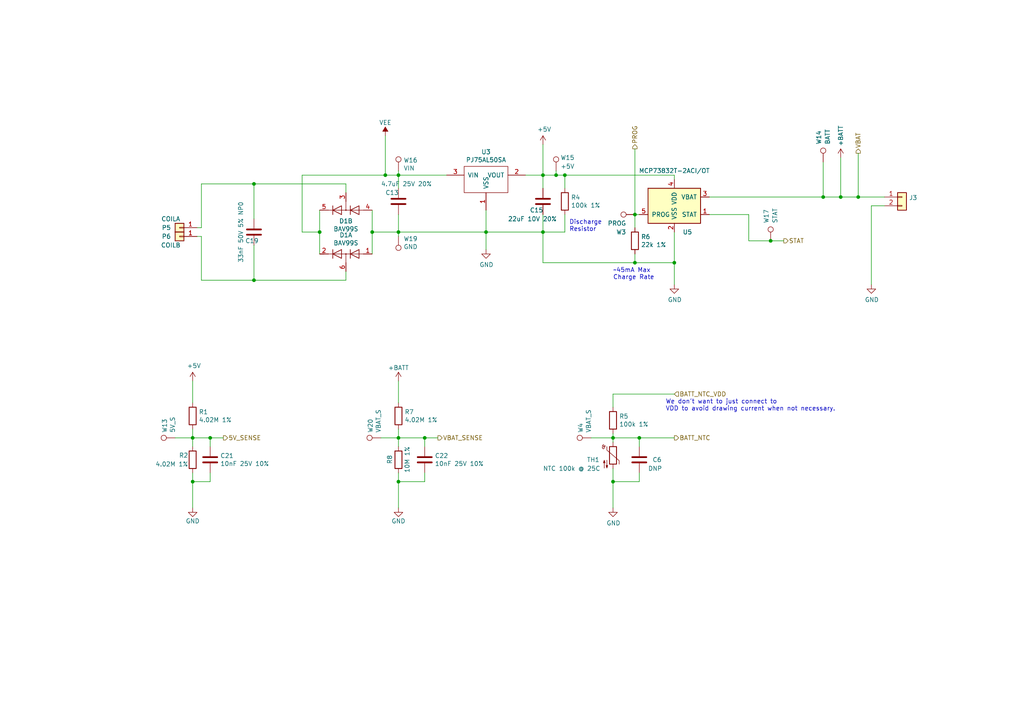
<source format=kicad_sch>
(kicad_sch (version 20211123) (generator eeschema)
  (paper "A4")
  (title_block (title "Pixels D20 Schematic, Main") (date "2022-08-26") (rev "13") (company "Systemic Games, LLC") (comment 1 "Wireless Charging Circuitry"))
  (lib_symbols
    (symbol "Connector_Generic:Conn_01x01" (pin_names (offset 1.016) hide)
      (property "Reference" "J" (at 0 2.54 0))
      (property "Value" "Conn_01x01" (at 0 -2.54 0))
      (symbol "Conn_01x01_1_1"
        (rectangle (start -1.27 0.127) (end 0 -0.127) (stroke (width 0.1524)))
        (rectangle (start -1.27 1.27) (end 1.27 -1.27) (stroke (width 0.254)) (fill (type background)))
        (pin passive line (at -5.08 0 0) (length 3.81) (name "Pin_1") (number "1"))
      )
    )
    (symbol "Connector_Generic:Conn_01x02" (pin_names (offset 1.016) hide)
      (property "Reference" "J" (at 0 2.54 0))
      (property "Value" "Conn_01x02" (at 0 -5.08 0))
      (symbol "Conn_01x02_1_1"
        (rectangle (start -1.27 -2.413) (end 0 -2.667) (stroke (width 0.1524)))
        (rectangle (start -1.27 0.127) (end 0 -0.127) (stroke (width 0.1524)))
        (rectangle (start -1.27 1.27) (end 1.27 -3.81) (stroke (width 0.254)) (fill (type background)))
        (pin passive line (at -5.08 0 0) (length 3.81) (name "Pin_1") (number "1"))
        (pin passive line (at -5.08 -2.54 0) (length 3.81) (name "Pin_2") (number "2"))
      )
    )
    (symbol "Device:C" (pin_numbers hide) (pin_names (offset 0.254))
      (property "Reference" "C" (at 0.635 2.54 0))
      (property "Value" "C" (at 0.635 -2.54 0))
      (symbol "C_0_1"
        (polyline (pts (xy -2.032 -0.762) (xy 2.032 -0.762)) (stroke (width 0.508)))
        (polyline (pts (xy -2.032 0.762) (xy 2.032 0.762)) (stroke (width 0.508)))
      )
      (symbol "C_1_1"
        (pin passive line (at 0 3.81 270) (length 2.794) (name "~") (number "1"))
        (pin passive line (at 0 -3.81 90) (length 2.794) (name "~") (number "2"))
      )
    )
    (symbol "Device:R" (pin_numbers hide) (pin_names (offset 0))
      (property "Reference" "R" (at 2.032 0 90))
      (property "Value" "R" (at 0 0 90))
      (symbol "R_0_1"
        (rectangle (start -1.016 -2.54) (end 1.016 2.54) (stroke (width 0.254)))
      )
      (symbol "R_1_1"
        (pin passive line (at 0 3.81 270) (length 1.27) (name "~") (number "1"))
        (pin passive line (at 0 -3.81 90) (length 1.27) (name "~") (number "2"))
      )
    )
    (symbol "Device:Thermistor_NTC" (pin_numbers hide) (pin_names (offset 0))
      (property "Reference" "TH" (at -4.445 0 90))
      (property "Value" "Thermistor_NTC" (at 3.175 0 90))
      (symbol "Thermistor_NTC_0_1"
        (arc (start -3.048 2.159) (mid -3.0495 2.3143) (end -3.175 2.413))
        (arc (start -3.048 2.159) (mid -2.9736 1.9794) (end -2.794 1.905))
        (arc (start -3.048 2.794) (mid -2.9736 2.6144) (end -2.794 2.54))
        (arc (start -2.794 1.905) (mid -2.6144 1.9794) (end -2.54 2.159))
        (arc (start -2.794 2.54) (mid -2.4393 2.5587) (end -2.159 2.794))
        (arc (start -2.794 3.048) (mid -2.9736 2.9736) (end -3.048 2.794))
        (arc (start -2.54 2.794) (mid -2.6144 2.9736) (end -2.794 3.048))
        (rectangle (start -1.016 2.54) (end 1.016 -2.54) (stroke (width 0.254)))
        (polyline (pts (xy -2.54 2.159) (xy -2.54 2.794)))
        (polyline (pts (xy -1.778 2.54) (xy -1.778 1.524) (xy 1.778 -1.524) (xy 1.778 -2.54)))
        (polyline (pts (xy -2.54 -3.683) (xy -2.54 -1.397) (xy -2.794 -2.159) (xy -2.286 -2.159) (xy -2.54 -1.397) (xy -2.54 -1.651)) (fill (type outline)))
        (polyline (pts (xy -1.778 -1.397) (xy -1.778 -3.683) (xy -2.032 -2.921) (xy -1.524 -2.921) (xy -1.778 -3.683) (xy -1.778 -3.429)) (fill (type outline)))
      )
      (symbol "Thermistor_NTC_1_1"
        (pin passive line (at 0 3.81 270) (length 1.27) (name "~") (number "1"))
        (pin passive line (at 0 -3.81 90) (length 1.27) (name "~") (number "2"))
      )
    )
    (symbol "Pixels-dice:BAV99S-diode" (pin_names (offset 0.0254) hide)
      (property "Reference" "D" (at 0 2.54 0))
      (property "Value" "BAV99S-diode" (at 0 5.08 0))
      (symbol "BAV99S-diode_0_1"
        (polyline (pts (xy -5.08 0) (xy 5.08 0)))
        (polyline (pts (xy 0 0) (xy 0 -2.54)))
        (polyline (pts (xy -1.27 -1.27) (xy -1.27 1.27) (xy -1.27 1.27)) (stroke (width 0.2032)))
        (polyline (pts (xy 3.81 1.27) (xy 3.81 -1.27) (xy 3.81 -1.27)) (stroke (width 0.2032)))
        (polyline (pts (xy -3.81 1.27) (xy -1.27 0) (xy -3.81 -1.27) (xy -3.81 1.27) (xy -3.81 1.27) (xy -3.81 1.27)) (stroke (width 0.2032)))
        (polyline (pts (xy 1.27 1.27) (xy 3.81 0) (xy 1.27 -1.27) (xy 1.27 1.27) (xy 1.27 1.27) (xy 1.27 1.27)) (stroke (width 0.2032)))
        (circle (center 0 0) (radius 0.127))
      )
      (symbol "BAV99S-diode_1_1"
        (polyline (pts (xy 6.35 0) (xy 7.62 0)))
        (pin passive line (at -7.62 0 0) (length 2.54) (name "A1") (number "1"))
        (pin passive line (at 7.62 0 180) (length 2.54) (name "K2") (number "2"))
        (pin passive line (at 0 -5.08 90) (length 2.54) (name "K3A4") (number "6"))
      )
      (symbol "BAV99S-diode_2_1"
        (polyline (pts (xy 6.35 0) (xy 7.62 0)))
        (pin passive line (at 0 -5.08 90) (length 2.54) (name "K1A2") (number "3"))
        (pin passive line (at -7.62 0 0) (length 2.54) (name "A3") (number "4"))
        (pin passive line (at 7.62 0 180) (length 2.54) (name "K4") (number "5"))
      )
    )
    (symbol "Pixels-dice:HX6306P502MR" (pin_names (offset 1.016))
      (property "Reference" "U" (at 3.81 -6.35 0))
      (property "Value" "HX6306P502MR" (at 0 3.81 0))
      (symbol "HX6306P502MR_0_1"
        (rectangle (start -6.35 2.54) (end 6.35 -5.08))
      )
      (symbol "HX6306P502MR_1_1"
        (pin power_in line (at 0 -10.16 90) (length 5.08) (name "VSS") (number "1"))
        (pin power_out line (at 11.43 0 180) (length 5.08) (name "VOUT") (number "2"))
        (pin power_in line (at -11.43 0 0) (length 5.08) (name "VIN") (number "3"))
      )
    )
    (symbol "Pixels-dice:MCP73831-2-OT-battery_management" (pin_names (offset 1.016))
      (property "Reference" "U" (at -7.62 6.35 0))
      (property "Value" "MCP73831-2-OT-battery_management" (at 1.27 6.35 0))
      (symbol "MCP73831-2-OT-battery_management_0_1"
        (rectangle (start -7.62 5.08) (end 7.62 -5.08) (stroke (width 0.254)) (fill (type background)))
      )
      (symbol "MCP73831-2-OT-battery_management_1_1"
        (pin output line (at 10.16 -2.54 180) (length 2.54) (name "STAT") (number "1"))
        (pin power_in line (at 0 -7.62 90) (length 2.54) (name "VSS") (number "2"))
        (pin power_out line (at 10.16 2.54 180) (length 2.54) (name "VBAT") (number "3"))
        (pin power_in line (at 0 7.62 270) (length 2.54) (name "VDD") (number "4"))
        (pin input line (at -10.16 -2.54 0) (length 2.54) (name "PROG") (number "5"))
      )
    )
    (symbol "Pixels-dice:TEST_1P-conn" (pin_numbers hide) (pin_names (offset 0.762) hide)
      (property "Reference" "W" (at 0 6.858 0))
      (property "Value" "TEST_1P-conn" (at 0 5.08 0))
      (symbol "TEST_1P-conn_0_1"
        (circle (center 0 3.302) (radius 0.762))
      )
      (symbol "TEST_1P-conn_1_1"
        (pin passive line (at 0 0 90) (length 2.54) (name "1") (number "1"))
      )
    )
    (symbol "power:+5V" (power) (pin_names (offset 0))
      (property "Value" "+5V" (at 0 3.556 0))
      (symbol "+5V_0_1"
        (polyline (pts (xy -0.762 1.27) (xy 0 2.54)))
        (polyline (pts (xy 0 0) (xy 0 2.54)))
        (polyline (pts (xy 0 2.54) (xy 0.762 1.27)))
      )
      (symbol "+5V_1_1"
        (pin power_in line (at 0 0 90) (length 0) hide (name "+5V") (number "1"))
      )
    )
    (symbol "power:+BATT" (power) (pin_names (offset 0))
      (property "Value" "+BATT" (at 0 3.556 0))
      (symbol "+BATT_0_1"
        (polyline (pts (xy -0.762 1.27) (xy 0 2.54)))
        (polyline (pts (xy 0 0) (xy 0 2.54)))
        (polyline (pts (xy 0 2.54) (xy 0.762 1.27)))
      )
      (symbol "+BATT_1_1"
        (pin power_in line (at 0 0 90) (length 0) hide (name "+BATT") (number "1"))
      )
    )
    (symbol "power:GND" (power) (pin_names (offset 0))
      (property "Value" "GND" (at 0 -3.81 0))
      (symbol "GND_0_1"
        (polyline (pts (xy 0 0) (xy 0 -1.27) (xy 1.27 -1.27) (xy 0 -2.54) (xy -1.27 -1.27) (xy 0 -1.27)))
      )
      (symbol "GND_1_1"
        (pin power_in line (at 0 0 270) (length 0) hide (name "GND") (number "1"))
      )
    )
    (symbol "power:VEE" (power) (pin_names (offset 0))
      (property "Value" "VEE" (at 0 3.81 0))
      (symbol "VEE_0_1"
        (polyline (pts (xy 0 0) (xy 0 2.54)))
        (polyline (pts (xy 0.762 1.27) (xy -0.762 1.27) (xy 0 2.54) (xy 0.762 1.27)) (fill (type outline)))
      )
      (symbol "VEE_1_1"
        (pin power_in line (at 0 0 90) (length 0) hide (name "VEE") (number "1"))
      )
    )
  )
  (junction (at 92.71 67.31))
  (junction (at 248.92 57.15))
  (junction (at 55.88 127))
  (junction (at 184.15 76.2))
  (junction (at 55.88 139.7))
  (junction (at 195.58 76.2))
  (junction (at 177.8 139.7))
  (junction (at 163.83 50.8))
  (junction (at 157.48 67.31))
  (junction (at 243.84 57.15))
  (junction (at 140.97 67.31))
  (junction (at 115.57 67.31))
  (junction (at 73.66 53.34))
  (junction (at 177.8 127))
  (junction (at 115.57 50.8))
  (junction (at 115.57 139.7))
  (junction (at 60.96 127))
  (junction (at 238.76 57.15))
  (junction (at 157.48 50.8))
  (junction (at 185.42 127))
  (junction (at 73.66 81.28))
  (junction (at 161.29 50.8))
  (junction (at 115.57 127))
  (junction (at 107.95 67.31))
  (junction (at 223.52 69.85))
  (junction (at 111.76 50.8))
  (junction (at 123.19 127))
  (junction (at 184.15 62.23))
  (wire (pts (xy 163.83 62.23) (xy 163.83 67.31)))
  (wire (pts (xy 157.48 76.2) (xy 184.15 76.2)))
  (wire (pts (xy 73.66 81.28) (xy 58.42 81.28)))
  (wire (pts (xy 238.76 57.15) (xy 243.84 57.15)))
  (wire (pts (xy 123.19 139.7) (xy 115.57 139.7)))
  (wire (pts (xy 55.88 137.16) (xy 55.88 139.7)))
  (wire (pts (xy 157.48 67.31) (xy 157.48 76.2)))
  (wire (pts (xy 115.57 50.8) (xy 129.54 50.8)))
  (wire (pts (xy 161.29 49.53) (xy 161.29 50.8)))
  (wire (pts (xy 205.74 57.15) (xy 238.76 57.15)))
  (wire (pts (xy 50.8 127) (xy 55.88 127)))
  (wire (pts (xy 217.17 69.85) (xy 223.52 69.85)))
  (wire (pts (xy 55.88 116.84) (xy 55.88 110.49)))
  (wire (pts (xy 73.66 53.34) (xy 58.42 53.34)))
  (wire (pts (xy 163.83 50.8) (xy 163.83 54.61)))
  (wire (pts (xy 248.92 44.45) (xy 248.92 57.15)))
  (wire (pts (xy 157.48 41.91) (xy 157.48 50.8)))
  (wire (pts (xy 248.92 57.15) (xy 243.84 57.15)))
  (wire (pts (xy 58.42 81.28) (xy 58.42 68.58)))
  (wire (pts (xy 92.71 60.96) (xy 92.71 67.31)))
  (wire (pts (xy 123.19 127) (xy 127 127)))
  (wire (pts (xy 157.48 67.31) (xy 157.48 62.23)))
  (wire (pts (xy 163.83 50.8) (xy 195.58 50.8)))
  (wire (pts (xy 205.74 62.23) (xy 217.17 62.23)))
  (wire (pts (xy 238.76 46.99) (xy 238.76 57.15)))
  (wire (pts (xy 184.15 73.66) (xy 184.15 76.2)))
  (wire (pts (xy 55.88 124.46) (xy 55.88 127)))
  (wire (pts (xy 58.42 66.04) (xy 57.15 66.04)))
  (wire (pts (xy 55.88 139.7) (xy 55.88 147.32)))
  (wire (pts (xy 55.88 129.54) (xy 55.88 127)))
  (wire (pts (xy 58.42 53.34) (xy 58.42 66.04)))
  (wire (pts (xy 92.71 67.31) (xy 92.71 73.66)))
  (wire (pts (xy 161.29 50.8) (xy 163.83 50.8)))
  (wire (pts (xy 107.95 60.96) (xy 107.95 67.31)))
  (wire (pts (xy 140.97 67.31) (xy 157.48 67.31)))
  (wire (pts (xy 107.95 67.31) (xy 107.95 73.66)))
  (wire (pts (xy 171.45 127) (xy 177.8 127)))
  (wire (pts (xy 115.57 49.53) (xy 115.57 50.8)))
  (wire (pts (xy 123.19 137.16) (xy 123.19 139.7)))
  (wire (pts (xy 60.96 137.16) (xy 60.96 139.7)))
  (wire (pts (xy 177.8 127) (xy 185.42 127)))
  (wire (pts (xy 55.88 127) (xy 60.96 127)))
  (wire (pts (xy 252.73 59.69) (xy 252.73 82.55)))
  (wire (pts (xy 177.8 125.73) (xy 177.8 127)))
  (wire (pts (xy 177.8 118.11) (xy 177.8 114.3)))
  (wire (pts (xy 100.33 78.74) (xy 100.33 81.28)))
  (wire (pts (xy 115.57 50.8) (xy 115.57 54.61)))
  (wire (pts (xy 110.49 127) (xy 115.57 127)))
  (wire (pts (xy 140.97 67.31) (xy 140.97 72.39)))
  (wire (pts (xy 177.8 139.7) (xy 177.8 147.32)))
  (wire (pts (xy 185.42 139.7) (xy 177.8 139.7)))
  (wire (pts (xy 115.57 127) (xy 115.57 129.54)))
  (wire (pts (xy 115.57 110.49) (xy 115.57 116.84)))
  (wire (pts (xy 115.57 137.16) (xy 115.57 139.7)))
  (wire (pts (xy 243.84 45.72) (xy 243.84 57.15)))
  (wire (pts (xy 60.96 127) (xy 64.77 127)))
  (wire (pts (xy 73.66 71.12) (xy 73.66 81.28)))
  (wire (pts (xy 115.57 67.31) (xy 107.95 67.31)))
  (wire (pts (xy 195.58 52.07) (xy 195.58 50.8)))
  (wire (pts (xy 217.17 62.23) (xy 217.17 69.85)))
  (wire (pts (xy 60.96 129.54) (xy 60.96 127)))
  (wire (pts (xy 195.58 67.31) (xy 195.58 76.2)))
  (wire (pts (xy 152.4 50.8) (xy 157.48 50.8)))
  (wire (pts (xy 184.15 43.18) (xy 184.15 62.23)))
  (wire (pts (xy 185.42 127) (xy 185.42 129.54)))
  (wire (pts (xy 223.52 69.85) (xy 227.33 69.85)))
  (wire (pts (xy 157.48 50.8) (xy 157.48 54.61)))
  (wire (pts (xy 87.63 50.8) (xy 111.76 50.8)))
  (wire (pts (xy 140.97 60.96) (xy 140.97 67.31)))
  (wire (pts (xy 58.42 68.58) (xy 57.15 68.58)))
  (wire (pts (xy 73.66 53.34) (xy 100.33 53.34)))
  (wire (pts (xy 92.71 67.31) (xy 87.63 67.31)))
  (wire (pts (xy 123.19 127) (xy 123.19 129.54)))
  (wire (pts (xy 60.96 139.7) (xy 55.88 139.7)))
  (wire (pts (xy 185.42 137.16) (xy 185.42 139.7)))
  (wire (pts (xy 256.54 59.69) (xy 252.73 59.69)))
  (wire (pts (xy 185.42 62.23) (xy 184.15 62.23)))
  (wire (pts (xy 177.8 114.3) (xy 195.58 114.3)))
  (wire (pts (xy 115.57 68.58) (xy 115.57 67.31)))
  (wire (pts (xy 163.83 67.31) (xy 157.48 67.31)))
  (wire (pts (xy 115.57 124.46) (xy 115.57 127)))
  (wire (pts (xy 184.15 76.2) (xy 195.58 76.2)))
  (wire (pts (xy 115.57 127) (xy 123.19 127)))
  (wire (pts (xy 157.48 50.8) (xy 161.29 50.8)))
  (wire (pts (xy 87.63 67.31) (xy 87.63 50.8)))
  (wire (pts (xy 248.92 57.15) (xy 256.54 57.15)))
  (wire (pts (xy 115.57 139.7) (xy 115.57 147.32)))
  (wire (pts (xy 111.76 39.37) (xy 111.76 50.8)))
  (wire (pts (xy 177.8 135.89) (xy 177.8 139.7)))
  (wire (pts (xy 115.57 62.23) (xy 115.57 67.31)))
  (wire (pts (xy 185.42 127) (xy 195.58 127)))
  (wire (pts (xy 115.57 67.31) (xy 140.97 67.31)))
  (wire (pts (xy 100.33 55.88) (xy 100.33 53.34)))
  (wire (pts (xy 184.15 62.23) (xy 184.15 66.04)))
  (wire (pts (xy 73.66 63.5) (xy 73.66 53.34)))
  (wire (pts (xy 195.58 76.2) (xy 195.58 82.55)))
  (wire (pts (xy 111.76 50.8) (xy 115.57 50.8)))
  (wire (pts (xy 177.8 127) (xy 177.8 128.27)))
  (wire (pts (xy 73.66 81.28) (xy 100.33 81.28)))
  (text "We don't want to just connect to\nVDD to avoid drawing current when not necessary." (at 193.04 119.38 0) (effects (font (size 1.27 1.27)) (justify left bottom)))
  (text "~45mA Max\nCharge Rate" (at 177.8 81.28 0) (effects (font (size 1.27 1.27)) (justify left bottom)))
  (text "Discharge\nResistor" (at 165.1 67.31 0) (effects (font (size 1.27 1.27)) (justify left bottom)))
  (hierarchical_label "PROG" (shape output) (at 184.15 43.18 90))
  (hierarchical_label "VBAT" (shape output) (at 248.92 44.45 90))
  (hierarchical_label "5V_SENSE" (shape output) (at 64.77 127 0))
  (hierarchical_label "BATT_NTC_VDD" (shape input) (at 195.58 114.3 0))
  (hierarchical_label "STAT" (shape output) (at 227.33 69.85 0))
  (hierarchical_label "BATT_NTC" (shape output) (at 195.58 127 0))
  (hierarchical_label "VBAT_SENSE" (shape output) (at 127 127 0))
  (symbol (lib_id "power:GND") (at 252.73 82.55 0) (unit 1)
    (property "Reference" "#PWR052" (effects hide))
    (property "Value" "GND" (at 252.857 86.9442 0))
  )
  (symbol (lib_id "Device:C") (at 115.57 58.42 0) (unit 1)
    (property "Reference" "C13" (at 111.76 55.88 0) (effects (justify left)))
    (property "Value" "4.7uF 25V 20%" (at 110.49 53.34 0) (effects (justify left)))
    (property "Footprint" "Capacitor_SMD:C_0603_1608Metric" (effects hide))
    (property "Generic OK" "YES" (effects hide))
    (property "Pixels Part Number" "SMD-C010" (effects hide))
    (property "Manufacturer" "Murata" (effects hide))
    (property "Manufacturer Part Number" "GRM188R61E475KE11D" (effects hide))
  )
  (symbol (lib_id "Pixels-dice:TEST_1P-conn") (at 171.45 127 90) (unit 1)
    (property "Reference" "W4" (at 168.402 125.5268 0) (effects (justify left)))
    (property "Value" "VBAT_S" (at 170.7134 125.5268 0) (effects (justify left)))
    (property "Footprint" "Pixels-dice:TEST_PIN" (effects hide))
    (property "Generic OK" "N/A" (effects hide))
  )
  (symbol (lib_id "Device:R") (at 177.8 121.92 0) (unit 1)
    (property "Reference" "R5" (at 179.578 120.7516 0) (effects (justify left)))
    (property "Value" "100k 1%" (at 179.578 123.063 0) (effects (justify left)))
    (property "Footprint" "Pixels-dice:R_0402_1005Metric" (effects hide))
    (property "Generic OK" "YES" (effects hide))
    (property "Pixels Part Number" "SMD-R006" (effects hide))
    (property "Manufacturer" "UNI-ROYAL(Uniroyal Elec)" (effects hide))
    (property "Manufacturer Part Number" "0402WGF1003TCE" (effects hide))
  )
  (symbol (lib_id "Pixels-dice:TEST_1P-conn") (at 115.57 49.53 0) (unit 1)
    (property "Reference" "W16" (at 117.0432 46.482 0) (effects (justify left)))
    (property "Value" "VIN" (at 117.0432 48.7934 0) (effects (justify left)))
    (property "Footprint" "Pixels-dice:TEST_PIN" (effects hide))
    (property "Generic OK" "N/A" (effects hide))
  )
  (symbol (lib_id "Device:Thermistor_NTC") (at 177.8 132.08 0) (unit 1)
    (property "Reference" "TH1" (at 170.18 133.35 0) (effects (justify left)))
    (property "Value" "NTC 100k @ 25C" (at 157.48 135.89 0) (effects (justify left)))
    (property "Footprint" "Pixels-dice:R_0402_1005Metric" (effects hide))
    (property "Generic OK" "NO" (effects hide))
    (property "Manufacturer" "TDK" (effects hide))
    (property "Manufacturer Part Number" "NTCG104EF104FT1X" (effects hide))
  )
  (symbol (lib_id "power:VEE") (at 111.76 39.37 0) (unit 1)
    (property "Reference" "#PWR032" (effects hide))
    (property "Value" "VEE" (at 111.76 35.56 0))
  )
  (symbol (lib_id "power:+5V") (at 55.88 110.49 0) (unit 1)
    (property "Reference" "#PWR057" (effects hide))
    (property "Value" "+5V" (at 56.261 106.0958 0))
  )
  (symbol (lib_id "Pixels-dice:TEST_1P-conn") (at 50.8 127 90) (unit 1)
    (property "Reference" "W13" (at 47.752 125.5268 0) (effects (justify left)))
    (property "Value" "5V_S" (at 50.0634 125.5268 0) (effects (justify left)))
    (property "Footprint" "Pixels-dice:TEST_PIN" (effects hide))
    (property "Generic OK" "N/A" (effects hide))
  )
  (symbol (lib_id "Device:C") (at 73.66 67.31 0) (unit 1)
    (property "Reference" "C19" (at 71.12 69.85 0) (effects (justify left)))
    (property "Value" "33nF 50V 5% NP0" (at 69.85 76.2 90) (effects (justify left)))
    (property "Footprint" "Capacitor_SMD:C_1206_3216Metric" (effects hide))
    (property "Generic OK" "NO" (effects hide))
    (property "Pixels Part Number" "SMD-C011" (effects hide))
    (property "Manufacturer" "Murata" (effects hide))
    (property "Manufacturer Part Number" "GRM3195C1H333JA01J" (effects hide))
  )
  (symbol (lib_id "Device:R") (at 184.15 69.85 0) (unit 1)
    (property "Reference" "R6" (at 185.928 68.6816 0) (effects (justify left)))
    (property "Value" "22k 1%" (at 185.928 70.993 0) (effects (justify left)))
    (property "Footprint" "Pixels-dice:R_0402_1005Metric" (effects hide))
    (property "Generic OK" "YES" (effects hide))
    (property "Pixels Part Number" "SMD-R002" (effects hide))
    (property "Manufacturer" "UNI-ROYAL(Uniroyal Elec)" (effects hide))
    (property "Manufacturer Part Number" "0402WGF2202TCE" (effects hide))
  )
  (symbol (lib_id "Device:R") (at 115.57 120.65 0) (unit 1)
    (property "Reference" "R7" (at 117.348 119.4816 0) (effects (justify left)))
    (property "Value" "4.02M 1%" (at 117.348 121.793 0) (effects (justify left)))
    (property "Footprint" "Pixels-dice:R_0402_1005Metric" (effects hide))
    (property "Generic OK" "YES" (effects hide))
    (property "Pixels Part Number" "SMD-R003" (effects hide))
    (property "Manufacturer" "UNI-ROYAL(Uniroyal Elec)" (effects hide))
    (property "Manufacturer Part Number" "0402WGF4024TCE" (effects hide))
  )
  (symbol (lib_id "power:+BATT") (at 115.57 110.49 0) (unit 1)
    (property "Reference" "#PWR058" (effects hide))
    (property "Value" "+BATT" (at 115.57 106.68 0))
  )
  (symbol (lib_id "Device:R") (at 115.57 133.35 0) (unit 1)
    (property "Reference" "R8" (at 113.03 134.62 90) (effects (justify left)))
    (property "Value" "10M 1%" (at 118.11 137.16 90) (effects (justify left)))
    (property "Footprint" "Pixels-dice:R_0402_1005Metric" (effects hide))
    (property "Generic OK" "YES" (effects hide))
    (property "Pixels Part Number" "SMD-R004" (effects hide))
    (property "Manufacturer" "UNI-ROYAL(Uniroyal Elec)" (effects hide))
    (property "Manufacturer Part Number" "0402WGF1005TCE" (effects hide))
  )
  (symbol (lib_id "Pixels-dice:MCP73831-2-OT-battery_management") (at 195.58 59.69 0) (unit 1)
    (property "Reference" "U5" (at 199.39 67.31 0))
    (property "Value" "MCP73832T-2ACI/OT" (at 195.58 49.53 0))
    (property "Footprint" "Package_TO_SOT_SMD:SOT-23-5" (effects hide))
    (property "Datasheet" "http://ww1.microchip.com/downloads/en/DeviceDoc/20001984g.pdf" (effects hide))
    (property "Generic OK" "NO" (effects hide))
    (property "Manufacturer" "Microchip" (effects hide))
    (property "Manufacturer Part Number" "MCP73832T-2ACI/OT" (effects hide))
    (property "Pixels Part Number" "SMD-U005" (effects hide))
  )
  (symbol (lib_id "Device:R") (at 55.88 120.65 0) (unit 1)
    (property "Reference" "R1" (at 57.658 119.4816 0) (effects (justify left)))
    (property "Value" "4.02M 1%" (at 57.658 121.793 0) (effects (justify left)))
    (property "Footprint" "Pixels-dice:R_0402_1005Metric" (effects hide))
    (property "Generic OK" "YES" (effects hide))
    (property "Pixels Part Number" "SMD-R003" (effects hide))
    (property "Manufacturer" "UNI-ROYAL(Uniroyal Elec)" (effects hide))
    (property "Manufacturer Part Number" "0402WGF4024TCE" (effects hide))
  )
  (symbol (lib_id "Device:R") (at 55.88 133.35 180) (unit 1)
    (property "Reference" "R2" (at 54.61 132.08 0) (effects (justify left)))
    (property "Value" "4.02M 1%" (at 54.61 134.62 0) (effects (justify left)))
    (property "Footprint" "Pixels-dice:R_0402_1005Metric" (effects hide))
    (property "Generic OK" "YES" (effects hide))
    (property "Pixels Part Number" "SMD-R003" (effects hide))
    (property "Manufacturer" "UNI-ROYAL(Uniroyal Elec)" (effects hide))
    (property "Manufacturer Part Number" "0402WGF4024TCE" (effects hide))
  )
  (symbol (lib_id "power:GND") (at 115.57 147.32 0) (unit 1)
    (property "Reference" "#PWR060" (effects hide))
    (property "Value" "GND" (at 115.57 151.13 0))
  )
  (symbol (lib_id "Pixels-dice:TEST_1P-conn") (at 184.15 62.23 90) (unit 1)
    (property "Reference" "W3" (at 181.61 67.31 90) (effects (justify left)))
    (property "Value" "PROG" (at 181.61 64.77 90) (effects (justify left)))
    (property "Footprint" "Pixels-dice:TEST_PIN" (effects hide))
    (property "Generic OK" "N/A" (effects hide))
  )
  (symbol (lib_id "power:+5V") (at 157.48 41.91 0) (unit 1)
    (property "Reference" "#PWR040" (effects hide))
    (property "Value" "+5V" (at 157.861 37.5158 0))
  )
  (symbol (lib_id "Device:C") (at 123.19 133.35 0) (unit 1)
    (property "Reference" "C22" (at 126.111 132.1816 0) (effects (justify left)))
    (property "Value" "10nF 25V 10%" (at 126.111 134.493 0) (effects (justify left)))
    (property "Footprint" "Pixels-dice:C_0402_1005Metric" (effects hide))
    (property "Generic OK" "YES" (effects hide))
    (property "Pixels Part Number" "SMD-C009" (effects hide))
    (property "Manufacturer" "Murata" (effects hide))
    (property "Manufacturer Part Number" "GRM155R71H103KA88" (effects hide))
  )
  (symbol (lib_id "Pixels-dice:TEST_1P-conn") (at 223.52 69.85 0) (unit 1)
    (property "Reference" "W17" (at 222.25 64.77 90) (effects (justify left)))
    (property "Value" "STAT" (at 224.79 64.77 90) (effects (justify left)))
    (property "Footprint" "Pixels-dice:TEST_PIN" (effects hide))
    (property "Generic OK" "N/A" (effects hide))
  )
  (symbol (lib_id "Device:R") (at 163.83 58.42 0) (unit 1)
    (property "Reference" "R4" (at 165.608 57.2516 0) (effects (justify left)))
    (property "Value" "100k 1%" (at 165.608 59.563 0) (effects (justify left)))
    (property "Footprint" "Pixels-dice:R_0402_1005Metric" (effects hide))
    (property "Generic OK" "YES" (effects hide))
    (property "Pixels Part Number" "SMD-R006" (effects hide))
    (property "Manufacturer" "UNI-ROYAL(Uniroyal Elec)" (effects hide))
    (property "Manufacturer Part Number" "0402WGF1003TCE" (effects hide))
  )
  (symbol (lib_id "Device:C") (at 185.42 133.35 0) (unit 1) (in_bom no)
    (property "Reference" "C6" (at 189.23 133.35 0) (effects (justify left)))
    (property "Value" "DNP" (at 187.96 135.89 0) (effects (justify left)))
    (property "Footprint" "Pixels-dice:C_0402_1005Metric" (effects hide))
    (property "Generic OK" "YES" (effects hide))
    (property "Pixels Part Number" "SMD-C005" (effects hide))
  )
  (symbol (lib_id "power:GND") (at 195.58 82.55 0) (unit 1)
    (property "Reference" "#PWR051" (effects hide))
    (property "Value" "GND" (at 195.707 86.9442 0))
  )
  (symbol (lib_id "power:GND") (at 140.97 72.39 0) (unit 1)
    (property "Reference" "#PWR050" (effects hide))
    (property "Value" "GND" (at 141.097 76.7842 0))
  )
  (symbol (lib_id "power:+BATT") (at 243.84 45.72 0) (unit 1)
    (property "Reference" "#PWR041" (effects hide))
    (property "Value" "+BATT" (at 243.84 39.37 90))
  )
  (symbol (lib_id "Connector_Generic:Conn_01x02") (at 261.62 57.15 0) (unit 1)
    (property "Reference" "J3" (at 263.652 57.3532 0) (effects (justify left)))
    (property "Value" "Conn_01x02" (effects hide))
    (property "Footprint" "Pixels-dice:Hongjie 10100 Connector" (effects hide))
    (property "Generic OK" "N/A" (effects hide))
  )
  (symbol (lib_id "Device:C") (at 157.48 58.42 0) (unit 1)
    (property "Reference" "C15" (at 153.67 60.96 0) (effects (justify left)))
    (property "Value" "22uF 10V 20%" (at 147.32 63.5 0) (effects (justify left)))
    (property "Footprint" "Capacitor_SMD:C_0603_1608Metric" (effects hide))
    (property "Generic OK" "YES" (effects hide))
    (property "Manufacturer" "Murata" (effects hide))
    (property "Manufacturer Part Number" "GRM188R61A226ME15D" (effects hide))
  )
  (symbol (lib_id "Pixels-dice:TEST_1P-conn") (at 115.57 68.58 180) (unit 1)
    (property "Reference" "W19" (at 117.0432 69.2658 0) (effects (justify right)))
    (property "Value" "GND" (at 117.0432 71.5772 0) (effects (justify right)))
    (property "Footprint" "Pixels-dice:TEST_PIN" (effects hide))
    (property "Generic OK" "N/A" (effects hide))
  )
  (symbol (lib_id "Pixels-dice:TEST_1P-conn") (at 238.76 46.99 0) (unit 1)
    (property "Reference" "W14" (at 237.49 41.91 90) (effects (justify left)))
    (property "Value" "BATT" (at 240.03 41.91 90) (effects (justify left)))
    (property "Footprint" "Pixels-dice:TEST_PIN" (effects hide))
    (property "Generic OK" "N/A" (effects hide))
  )
  (symbol (lib_id "Connector_Generic:Conn_01x01") (at 52.07 68.58 180) (unit 1)
    (property "Reference" "P6" (at 48.26 68.58 0))
    (property "Value" "COILB" (at 49.53 71.12 0))
    (property "Footprint" "TestPoint:TestPoint_THTPad_D1.5mm_Drill0.7mm" (effects hide))
    (property "Generic OK" "N/A" (effects hide))
  )
  (symbol (lib_id "Connector_Generic:Conn_01x01") (at 52.07 66.04 180) (unit 1)
    (property "Reference" "P5" (at 48.26 66.04 0))
    (property "Value" "COILA" (at 49.53 63.5 0))
    (property "Footprint" "TestPoint:TestPoint_THTPad_D1.5mm_Drill0.7mm" (effects hide))
    (property "Generic OK" "N/A" (effects hide))
  )
  (symbol (lib_id "Pixels-dice:TEST_1P-conn") (at 110.49 127 90) (unit 1)
    (property "Reference" "W20" (at 107.442 125.5268 0) (effects (justify left)))
    (property "Value" "VBAT_S" (at 109.7534 125.5268 0) (effects (justify left)))
    (property "Footprint" "Pixels-dice:TEST_PIN" (effects hide))
    (property "Generic OK" "N/A" (effects hide))
  )
  (symbol (lib_id "Pixels-dice:HX6306P502MR") (at 140.97 50.8 0) (unit 1)
    (property "Reference" "U3" (at 140.97 44.069 0))
    (property "Value" "PJ75AL50SA" (at 140.97 46.3804 0))
    (property "Footprint" "Pixels-dice:SOT-23" (effects hide))
    (property "Manufacturer" "PJSEMI" (effects hide))
    (property "Manufacturer Part Number" "PJ75AL50SA" (effects hide))
    (property "Generic OK" "NO" (effects hide))
  )
  (symbol (lib_id "Pixels-dice:TEST_1P-conn") (at 161.29 49.53 0) (unit 1)
    (property "Reference" "W15" (at 162.56 45.72 0) (effects (justify left)))
    (property "Value" "+5V" (at 162.56 48.26 0) (effects (justify left)))
    (property "Footprint" "Pixels-dice:TEST_PIN" (effects hide))
    (property "Generic OK" "N/A" (effects hide))
  )
  (symbol (lib_id "power:GND") (at 177.8 147.32 0) (unit 1)
    (property "Reference" "#PWR022" (effects hide))
    (property "Value" "GND" (at 177.927 151.7142 0))
  )
  (symbol (lib_id "Pixels-dice:BAV99S-diode") (at 100.33 60.96 180) (unit 2)
    (property "Reference" "D1" (at 100.33 64.1096 0))
    (property "Value" "BAV99S" (at 100.33 66.421 0))
    (property "Footprint" "Package_TO_SOT_SMD:SOT-363_SC-70-6" (effects hide))
    (property "Datasheet" "https://assets.nexperia.com/documents/data-sheet/BAV99_SER.pdf" (effects hide))
    (property "Generic OK" "YES" (effects hide))
    (property "Manufacturer" "Nexperia" (effects hide))
    (property "Manufacturer Part Number" "BAV99S,115" (effects hide))
    (property "Pixels Part Number" "SMD-D001" (effects hide))
  )
  (symbol (lib_id "power:GND") (at 55.88 147.32 0) (unit 1)
    (property "Reference" "#PWR059" (effects hide))
    (property "Value" "GND" (at 55.88 151.13 0))
  )
  (symbol (lib_id "Pixels-dice:BAV99S-diode") (at 100.33 73.66 0) (mirror y) (unit 1)
    (property "Reference" "D1" (at 100.33 68.1736 0))
    (property "Value" "BAV99S" (at 100.33 70.485 0))
    (property "Footprint" "Package_TO_SOT_SMD:SOT-363_SC-70-6" (effects hide))
    (property "Datasheet" "https://assets.nexperia.com/documents/data-sheet/BAV99_SER.pdf" (effects hide))
    (property "Generic OK" "YES" (effects hide))
    (property "Manufacturer" "Nexperia" (effects hide))
    (property "Manufacturer Part Number" "BAV99S,115" (effects hide))
    (property "Pixels Part Number" "SMD-D001" (effects hide))
  )
  (symbol (lib_id "Device:C") (at 60.96 133.35 0) (unit 1)
    (property "Reference" "C21" (at 63.881 132.1816 0) (effects (justify left)))
    (property "Value" "10nF 25V 10%" (at 63.881 134.493 0) (effects (justify left)))
    (property "Footprint" "Pixels-dice:C_0402_1005Metric" (effects hide))
    (property "Generic OK" "YES" (effects hide))
    (property "Pixels Part Number" "SMD-C009" (effects hide))
    (property "Manufacturer" "Murata" (effects hide))
    (property "Manufacturer Part Number" "GRM155R71H103KA88" (effects hide))
  )
)
</source>
